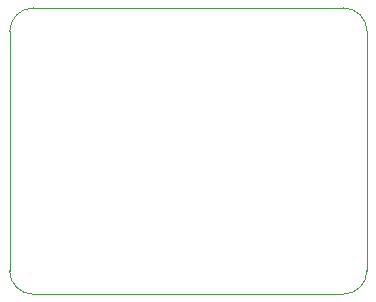
<source format=gbr>
%TF.GenerationSoftware,KiCad,Pcbnew,(6.0.1)*%
%TF.CreationDate,2022-09-16T08:00:15-07:00*%
%TF.ProjectId,takshaka-mux-board-rounded,74616b73-6861-46b6-912d-6d75782d626f,rev?*%
%TF.SameCoordinates,Original*%
%TF.FileFunction,Profile,NP*%
%FSLAX46Y46*%
G04 Gerber Fmt 4.6, Leading zero omitted, Abs format (unit mm)*
G04 Created by KiCad (PCBNEW (6.0.1)) date 2022-09-16 08:00:15*
%MOMM*%
%LPD*%
G01*
G04 APERTURE LIST*
%TA.AperFunction,Profile*%
%ADD10C,0.100000*%
%TD*%
G04 APERTURE END LIST*
D10*
X87025786Y-92295786D02*
G75*
G03*
X89025786Y-94295786I1999999J-1D01*
G01*
X117290000Y-72050000D02*
X117285786Y-92295786D01*
X117290000Y-72050000D02*
G75*
G03*
X115290000Y-70050000I-1999999J1D01*
G01*
X115285786Y-94295786D02*
X89025786Y-94295786D01*
X87025786Y-92295786D02*
X87040000Y-72050000D01*
X115285786Y-94295786D02*
G75*
G03*
X117285786Y-92295786I1J1999999D01*
G01*
X89040000Y-70050000D02*
G75*
G03*
X87040000Y-72050000I-1J-1999999D01*
G01*
X89040000Y-70050000D02*
X115290000Y-70050000D01*
M02*

</source>
